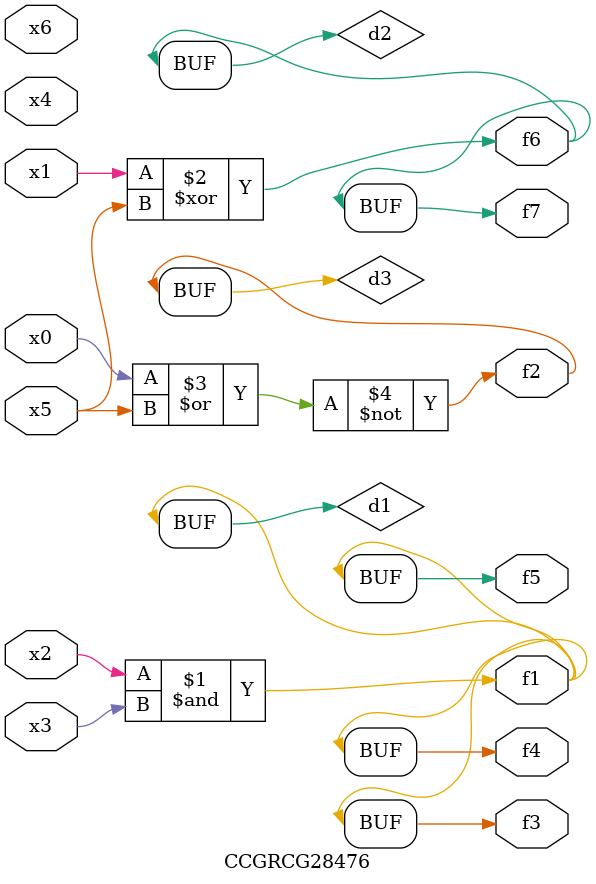
<source format=v>
module CCGRCG28476(
	input x0, x1, x2, x3, x4, x5, x6,
	output f1, f2, f3, f4, f5, f6, f7
);

	wire d1, d2, d3;

	and (d1, x2, x3);
	xor (d2, x1, x5);
	nor (d3, x0, x5);
	assign f1 = d1;
	assign f2 = d3;
	assign f3 = d1;
	assign f4 = d1;
	assign f5 = d1;
	assign f6 = d2;
	assign f7 = d2;
endmodule

</source>
